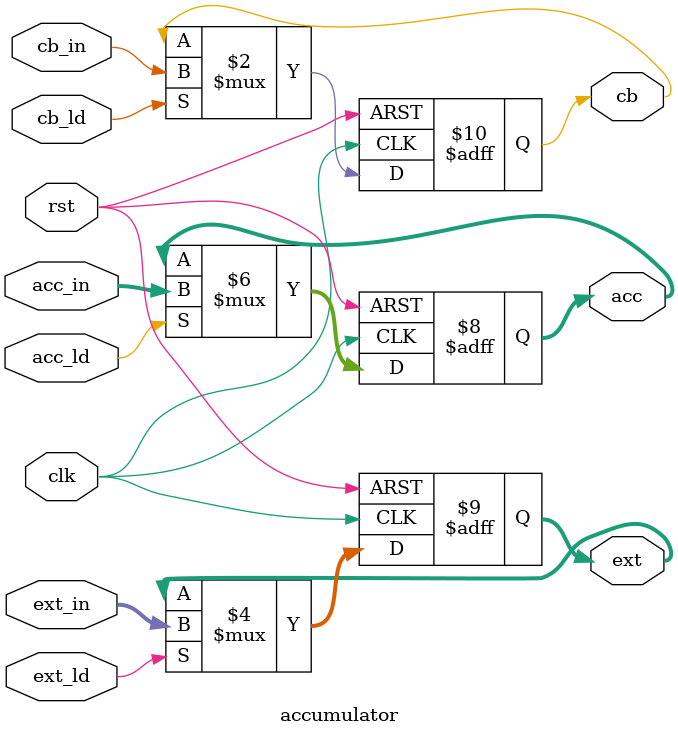
<source format=v>
`timescale 1ns / 1ps


module accumulator(
    input clk,
    input rst,
    input acc_ld,
    input ext_ld,
    input cb_ld,
    input [7:0] acc_in,
    input [7:0] ext_in,
    input cb_in,
    output reg [7:0] acc,
    output reg [7:0] ext,
    output reg cb
);
    always @(posedge clk or posedge rst) begin
        if (rst) begin
            acc <= 8'b0;
            ext <= 8'b0;
            cb  <= 1'b0;
        end else begin
            if (acc_ld) acc <= acc_in;
            if (ext_ld) ext <= ext_in;
            if (cb_ld)  cb  <= cb_in;
        end
    end
endmodule

</source>
